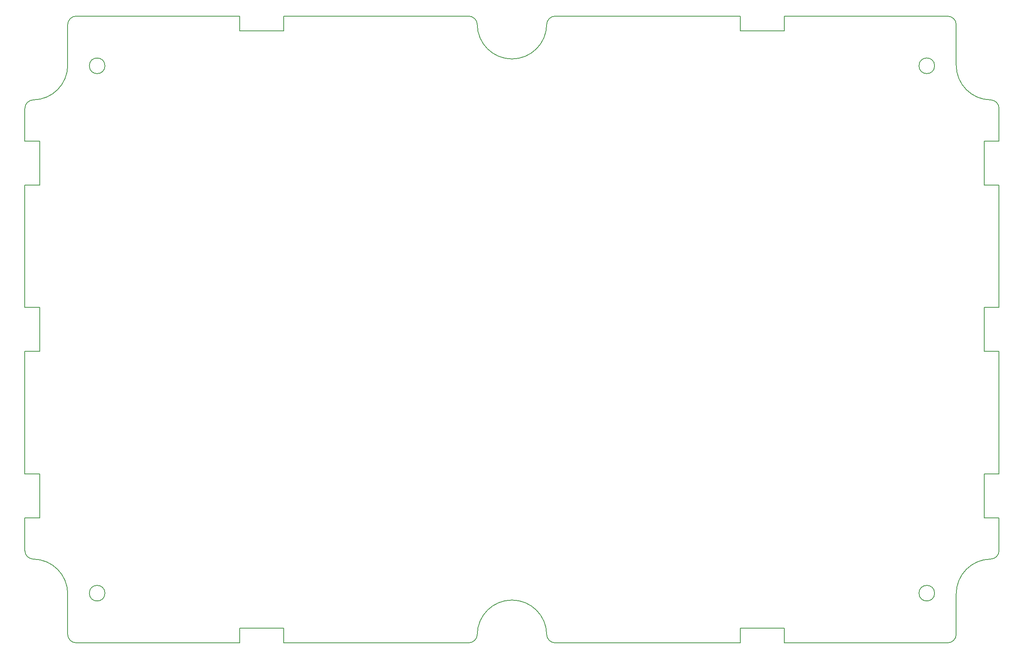
<source format=gbr>
%TF.GenerationSoftware,KiCad,Pcbnew,8.0.2*%
%TF.CreationDate,2024-05-12T20:10:00-06:00*%
%TF.ProjectId,GR-LRR-CONTROL,47522d4c-5252-42d4-934f-4e54524f4c2e,rev?*%
%TF.SameCoordinates,Original*%
%TF.FileFunction,Profile,NP*%
%FSLAX46Y46*%
G04 Gerber Fmt 4.6, Leading zero omitted, Abs format (unit mm)*
G04 Created by KiCad (PCBNEW 8.0.2) date 2024-05-12 20:10:00*
%MOMM*%
%LPD*%
G01*
G04 APERTURE LIST*
%TA.AperFunction,Profile*%
%ADD10C,0.200000*%
%TD*%
G04 APERTURE END LIST*
D10*
X254757191Y-193845324D02*
G75*
G02*
X252869674Y-195732891I-1887591J24D01*
G01*
X68021175Y-69029725D02*
G75*
G02*
X64592175Y-69029725I-1714500J0D01*
G01*
X64592175Y-69029725D02*
G75*
G02*
X68021175Y-69029725I1714500J0D01*
G01*
X264155191Y-95250036D02*
X260911937Y-95250036D01*
X50449159Y-131756336D02*
X50449159Y-158608014D01*
X260911937Y-131756336D02*
X260911937Y-122101714D01*
X50449159Y-78401825D02*
G75*
G02*
X52316488Y-76514367I1887541J25D01*
G01*
X50449159Y-158608014D02*
X53692413Y-158608014D01*
X207402364Y-58125209D02*
X166801232Y-58125209D01*
X97547364Y-192489587D02*
X107201986Y-192489587D01*
X59847159Y-60012725D02*
X59847159Y-68902725D01*
X53692413Y-168262636D02*
X50449159Y-168262636D01*
X61734676Y-195732841D02*
G75*
G02*
X59847159Y-193845324I24J1887541D01*
G01*
X250012175Y-184828325D02*
G75*
G02*
X246583175Y-184828325I-1714500J0D01*
G01*
X246583175Y-184828325D02*
G75*
G02*
X250012175Y-184828325I1714500J0D01*
G01*
X61734676Y-195732841D02*
X97547364Y-195732841D01*
X207402364Y-61368463D02*
X207402364Y-58125209D01*
X53692413Y-95250036D02*
X50449159Y-95250036D01*
X53692413Y-122101714D02*
X53692413Y-131756336D01*
X264155191Y-175456268D02*
G75*
G02*
X262287862Y-177343682I-1887591J68D01*
G01*
X107201986Y-195732841D02*
X147803119Y-195732841D01*
X50449159Y-168262636D02*
X50449159Y-175456269D01*
X107201986Y-192489587D02*
X107201986Y-195732841D01*
X264155191Y-158608014D02*
X264155191Y-131756336D01*
X50449159Y-95250036D02*
X50449159Y-122101714D01*
X264155191Y-85595414D02*
X264155191Y-78401782D01*
X260911937Y-122101714D02*
X264155191Y-122101714D01*
X53692413Y-131756336D02*
X50449159Y-131756336D01*
X107201986Y-58125209D02*
X107201986Y-61368463D01*
X260911937Y-158608014D02*
X264155191Y-158608014D01*
X264155191Y-131756336D02*
X260911937Y-131756336D01*
X254757191Y-184955326D02*
G75*
G02*
X262287863Y-177343726I7612009J26D01*
G01*
X59847159Y-60012725D02*
G75*
G02*
X61734675Y-58125259I1887441J25D01*
G01*
X59847159Y-68902725D02*
G75*
G02*
X52316488Y-76514374I-7612079J-5D01*
G01*
X264155191Y-168262636D02*
X260911937Y-168262636D01*
X97547364Y-195732841D02*
X97547364Y-192489587D01*
X97547364Y-58125209D02*
X61734675Y-58125209D01*
X252869675Y-58125209D02*
G75*
G02*
X254757191Y-60012725I25J-1887491D01*
G01*
X164913824Y-59992538D02*
G75*
G02*
X166801232Y-58125215I1887476J-20262D01*
G01*
X250012175Y-69029725D02*
G75*
G02*
X246583175Y-69029725I-1714500J0D01*
G01*
X246583175Y-69029725D02*
G75*
G02*
X250012175Y-69029725I1714500J0D01*
G01*
X262287862Y-76514374D02*
G75*
G02*
X264155235Y-78401782I-20262J-1887526D01*
G01*
X254757191Y-193845324D02*
X254757191Y-184955326D01*
X166801230Y-195732841D02*
G75*
G02*
X164913768Y-193865513I70J1887641D01*
G01*
X260911937Y-85595414D02*
X264155191Y-85595414D01*
X217056986Y-61368463D02*
X207402364Y-61368463D01*
X97547364Y-61368463D02*
X97547364Y-58125209D01*
X147803075Y-58125209D02*
G75*
G02*
X149690581Y-59992537I-75J-1887691D01*
G01*
X217056986Y-58125209D02*
X217056986Y-61368463D01*
X252869675Y-58125209D02*
X217056986Y-58125209D01*
X254757191Y-68902725D02*
X254757191Y-60012725D01*
X52316488Y-177343676D02*
G75*
G02*
X50449116Y-175456269I20212J1887476D01*
G01*
X107201986Y-61368463D02*
X97547364Y-61368463D01*
X50449159Y-78401825D02*
X50449159Y-85595414D01*
X59847159Y-184955327D02*
X59847159Y-193845324D01*
X50449159Y-122101714D02*
X53692413Y-122101714D01*
X264155191Y-175456268D02*
X264155191Y-168262636D01*
X262287862Y-76514374D02*
G75*
G02*
X254757190Y-68902725I81438J7611674D01*
G01*
X164913824Y-59992538D02*
G75*
G02*
X149690526Y-59992538I-7611649J81413D01*
G01*
X149690526Y-193865512D02*
G75*
G02*
X164913824Y-193865512I7611649J-81413D01*
G01*
X260911937Y-168262636D02*
X260911937Y-158608014D01*
X166801230Y-195732841D02*
X207402364Y-195732841D01*
X217056986Y-195732841D02*
X252869674Y-195732841D01*
X53692413Y-158608014D02*
X53692413Y-168262636D01*
X149690526Y-193865512D02*
G75*
G02*
X147803119Y-195732832I-1887226J20012D01*
G01*
X50449159Y-85595414D02*
X53692413Y-85595414D01*
X52316488Y-177343676D02*
G75*
G02*
X59847159Y-184955327I-81388J-7611624D01*
G01*
X53692413Y-85595414D02*
X53692413Y-95250036D01*
X207402364Y-192489587D02*
X217056986Y-192489587D01*
X147803075Y-58125209D02*
X107201986Y-58125209D01*
X207402364Y-195732841D02*
X207402364Y-192489587D01*
X260911937Y-95250036D02*
X260911937Y-85595414D01*
X264155191Y-122101714D02*
X264155191Y-95250036D01*
X217056986Y-192489587D02*
X217056986Y-195732841D01*
X68021175Y-184828325D02*
G75*
G02*
X64592175Y-184828325I-1714500J0D01*
G01*
X64592175Y-184828325D02*
G75*
G02*
X68021175Y-184828325I1714500J0D01*
G01*
M02*

</source>
